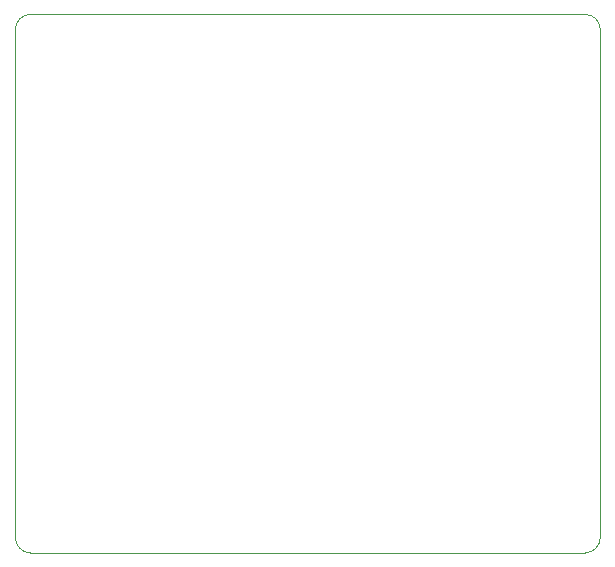
<source format=gbr>
%TF.GenerationSoftware,KiCad,Pcbnew,7.0.5*%
%TF.CreationDate,2024-09-25T00:19:21+08:00*%
%TF.ProjectId,TPS,5450532e-6b69-4636-9164-5f7063625858,rev?*%
%TF.SameCoordinates,Original*%
%TF.FileFunction,Profile,NP*%
%FSLAX46Y46*%
G04 Gerber Fmt 4.6, Leading zero omitted, Abs format (unit mm)*
G04 Created by KiCad (PCBNEW 7.0.5) date 2024-09-25 00:19:21*
%MOMM*%
%LPD*%
G01*
G04 APERTURE LIST*
%TA.AperFunction,Profile*%
%ADD10C,0.120000*%
%TD*%
G04 APERTURE END LIST*
D10*
X86705000Y-29000000D02*
X39731000Y-29000000D01*
X38461000Y-73316000D02*
G75*
G03*
X39731000Y-74586000I1270000J0D01*
G01*
X39731000Y-29000000D02*
G75*
G03*
X38461000Y-30270000I0J-1270000D01*
G01*
X87975000Y-73316000D02*
X87975000Y-30270000D01*
X86705000Y-74586000D02*
X39731000Y-74586000D01*
X38461000Y-30270000D02*
X38461000Y-73316000D01*
X86705000Y-74586000D02*
G75*
G03*
X87975000Y-73316000I0J1270000D01*
G01*
X87975000Y-30270000D02*
G75*
G03*
X86705000Y-29000000I-1270000J0D01*
G01*
M02*

</source>
